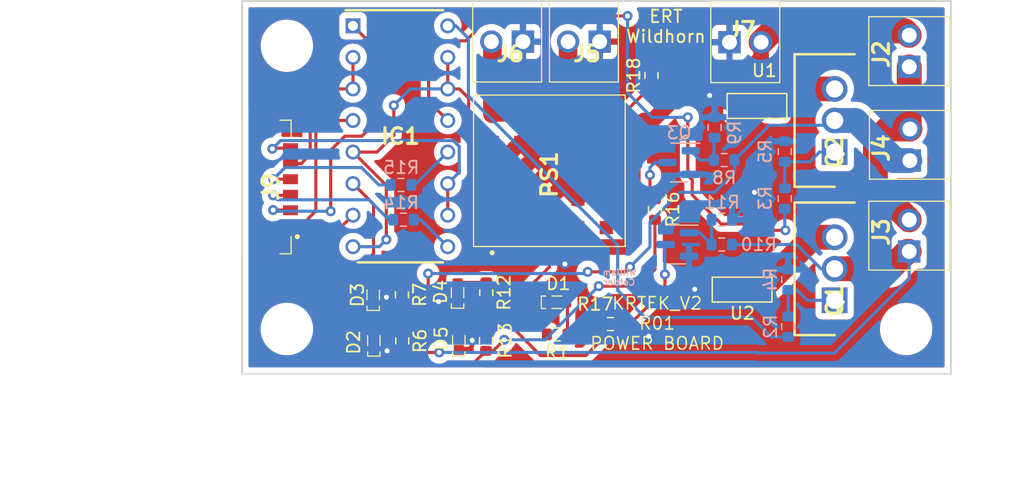
<source format=kicad_pcb>
(kicad_pcb (version 20211014) (generator pcbnew)
  (title_block (title "KRTEK_V2") (rev "V01") (comment 4 "Author: William Cottier"))
  (layers (0 "F.Cu" signal) (31 "B.Cu" signal) (34 "B.Paste" user) (35 "F.Paste" user) (36 "B.SilkS" user "B.Silkscreen") (37 "F.SilkS" user "F.Silkscreen") (38 "B.Mask" user) (39 "F.Mask" user) (44 "Edge.Cuts" user))
  (net 0 "")
  (net 1 "Net-(D1-Pad2)")
  (net 2 "GND")
  (net 3 "Net-(D2-Pad2)")
  (net 4 "Net-(D3-Pad2)")
  (net 5 "Net-(D4-Pad2)")
  (net 6 "Net-(D5-Pad2)")
  (net 7 "PYRO1IN")
  (net 8 "GNDIN")
  (net 9 "PYRO2IN")
  (net 10 "BUZZ1")
  (net 11 "BUZZ2")
  (net 12 "VCC")
  (net 13 "OPTO2")
  (net 14 "OPTO1")
  (net 15 "VINSERVO2")
  (net 18 "Net-(PS1-PadE5)")
  (net 19 "FUSE1")
  (net 20 "Net-(Q1-Pad1)")
  (net 21 "Net-(Q2-Pad1)")
  (net 22 "FUSE2")
  (net 23 "AMP1")
  (net 24 "AMP2")
  (net 25 "PYROTERMIN")
  (net 26 "PDECT1IN")
  (net 27 "3V3IN")
  (net 28 "PDECT2IN")
  (net 36 "Net-(Q3-Pad1)")
  (net 37 "Net-(Q4-Pad1)")
  (net 38 "Net-(IC1-Pad9)")
  (net 39 "Net-(IC1-Pad12)")
  (net 40 "Net-(Q3-Pad3)")
  (net 41 "Net-(Q4-Pad3)")
  (footprint "Resistor_SMD:R_0603_1608Metric" (layer "F.Cu") (at 114.6368 103.4704 -90)
    (fp_text reference "R12" (at 0 -1.43 90) (layer "F.SilkS"))
    (fp_text value "740")
    (pad "1" smd roundrect locked (at -0.825 0 270) (size 0.8 0.95) (layers "F.Cu" "F.Paste" "F.Mask") (net 5 "Net-(D4-Pad2)"))
    (pad "2" smd roundrect locked (at 0.825 0 270) (size 0.8 0.95) (layers "F.Cu" "F.Paste" "F.Mask") (net 10 "BUZZ1"))
  )
  (footprint "Resistor_SMD:R_0603_1608Metric" (layer "F.Cu") (at 127.921 85.9952 90)
    (fp_text reference "R18" (at 0 -1.43 90) (layer "F.SilkS"))
    (fp_text value "681k")
    (pad "1" smd roundrect locked (at -0.825 0 90) (size 0.8 0.95) (layers "F.Cu" "F.Paste" "F.Mask") (net 18 "Net-(PS1-PadE5)"))
    (pad "2" smd roundrect locked (at 0.825 0 90) (size 0.8 0.95) (layers "F.Cu" "F.Paste" "F.Mask") (net 2 "GND"))
  )
  (footprint "Resistor_SMD:R_0603_1608Metric" (layer "F.Cu") (at 120.3386 106.8364 180)
    (fp_text reference "R1" (at 0 -1.43) (layer "F.SilkS"))
    (fp_text value "740")
    (pad "1" smd roundrect locked (at -0.825 0 180) (size 0.8 0.95) (layers "F.Cu" "F.Paste" "F.Mask") (net 1 "Net-(D1-Pad2)"))
    (pad "2" smd roundrect locked (at 0.825 0 180) (size 0.8 0.95) (layers "F.Cu" "F.Paste" "F.Mask") (net 12 "VCC"))
  )
  (footprint "KRTEK_V2:SF-1206HH10M-2" (layer "F.Cu") (at 136.4028 88.4468 180)
    (fp_text reference "U1" (at -0.5972 2.8468) (layer "F.SilkS"))
    (fp_text value "SF-1206HH10M-2")
    (pad "1" smd rect locked (at -1.475 0 180) (size 1.45 1.8) (layers "F.Cu" "F.Paste" "F.Mask") (net 22 "FUSE2"))
    (pad "2" smd rect locked (at 1.475 0 180) (size 1.45 1.8) (layers "F.Cu" "F.Paste" "F.Mask") (net 2 "GND"))
  )
  (footprint "KRTEK_V2:SF-1206HH10M-2" (layer "F.Cu") (at 135.209 103.2296 180)
    (fp_text reference "U2" (at -0.0236 -1.905) (layer "F.SilkS"))
    (fp_text value "SF-1206HH10M-2")
    (pad "1" smd rect locked (at -1.475 0 180) (size 1.45 1.8) (layers "F.Cu" "F.Paste" "F.Mask") (net 19 "FUSE1"))
    (pad "2" smd rect locked (at 1.475 0 180) (size 1.45 1.8) (layers "F.Cu" "F.Paste" "F.Mask") (net 2 "GND"))
  )
  (footprint "Resistor_SMD:R_0603_1608Metric" (layer "F.Cu") (at 107.8804 107.3566 -90)
    (fp_text reference "R6" (at 0 -1.43 90) (layer "F.SilkS"))
    (fp_text value "740")
    (pad "1" smd roundrect locked (at -0.825 0 270) (size 0.8 0.95) (layers "F.Cu" "F.Paste" "F.Mask") (net 3 "Net-(D2-Pad2)"))
    (pad "2" smd roundrect locked (at 0.825 0 270) (size 0.8 0.95) (layers "F.Cu" "F.Paste" "F.Mask") (net 23 "AMP1"))
  )
  (footprint "Resistor_SMD:R_0603_1608Metric" (layer "F.Cu") (at 107.855 103.6482 -90)
    (fp_text reference "R7" (at 0 -1.43 90) (layer "F.SilkS"))
    (fp_text value "740")
    (pad "1" smd roundrect locked (at -0.825 0 270) (size 0.8 0.95) (layers "F.Cu" "F.Paste" "F.Mask") (net 4 "Net-(D3-Pad2)"))
    (pad "2" smd roundrect locked (at 0.825 0 270) (size 0.8 0.95) (layers "F.Cu" "F.Paste" "F.Mask") (net 24 "AMP2"))
  )
  (footprint "Resistor_SMD:R_0603_1608Metric" (layer "F.Cu") (at 114.6114 107.3312 -90)
    (fp_text reference "R13" (at 0.002 -1.5494 90) (layer "F.SilkS"))
    (fp_text value "740")
    (pad "1" smd roundrect locked (at -0.825 0 270) (size 0.8 0.95) (layers "F.Cu" "F.Paste" "F.Mask") (net 6 "Net-(D5-Pad2)"))
    (pad "2" smd roundrect locked (at 0.825 0 270) (size 0.8 0.95) (layers "F.Cu" "F.Paste" "F.Mask") (net 11 "BUZZ2"))
  )
  (footprint "KRTEK_V2:LED_2-SMD_No_Lead_1.7x0.8mm" (layer "F.Cu") (at 120.313 104.2456)
    (fp_text reference "D1" (at 0.115 -1.4986) (layer "F.SilkS"))
    (fp_text value "RED")
    (pad "1" smd rect locked (at -0.75 0) (size 0.8 0.8) (layers "F.Cu" "F.Paste" "F.Mask") (net 2 "GND"))
    (pad "2" smd rect locked (at 0.75 0) (size 0.8 0.8) (layers "F.Cu" "F.Paste" "F.Mask") (net 1 "Net-(D1-Pad2)"))
  )
  (footprint "KRTEK_V2:LED_2-SMD_No_Lead_1.7x0.8mm" (layer "F.Cu") (at 105.5944 107.3324 90)
    (fp_text reference "D2" (at -0.139 -1.6256 90) (layer "F.SilkS"))
    (fp_text value "YELLOW")
    (pad "1" smd rect locked (at -0.75 0 90) (size 0.8 0.8) (layers "F.Cu" "F.Paste" "F.Mask") (net 2 "GND"))
    (pad "2" smd rect locked (at 0.75 0 90) (size 0.8 0.8) (layers "F.Cu" "F.Paste" "F.Mask") (net 3 "Net-(D2-Pad2)"))
  )
  (footprint "KRTEK_V2:LED_2-SMD_No_Lead_1.7x0.8mm" (layer "F.Cu") (at 105.5436 103.6494 90)
    (fp_text reference "D3" (at -0.012 -1.27 90) (layer "F.SilkS"))
    (fp_text value "YELLOW")
    (pad "1" smd rect locked (at -0.75 0 90) (size 0.8 0.8) (layers "F.Cu" "F.Paste" "F.Mask") (net 2 "GND"))
    (pad "2" smd rect locked (at 0.75 0 90) (size 0.8 0.8) (layers "F.Cu" "F.Paste" "F.Mask") (net 4 "Net-(D3-Pad2)"))
  )
  (footprint "KRTEK_V2:LED_2-SMD_No_Lead_1.7x0.8mm" (layer "F.Cu") (at 112.3254 103.4716 90)
    (fp_text reference "D4" (at 0.0642 -1.3716 90) (layer "F.SilkS"))
    (fp_text value "GREEN")
    (pad "1" smd rect locked (at -0.75 0 90) (size 0.8 0.8) (layers "F.Cu" "F.Paste" "F.Mask") (net 2 "GND"))
    (pad "2" smd rect locked (at 0.75 0 90) (size 0.8 0.8) (layers "F.Cu" "F.Paste" "F.Mask") (net 5 "Net-(D4-Pad2)"))
  )
  (footprint "KRTEK_V2:LED_2-SMD_No_Lead_1.7x0.8mm" (layer "F.Cu") (at 112.427 107.3324 90)
    (fp_text reference "D5" (at 0.1658 -1.4224 90) (layer "F.SilkS"))
    (fp_text value "GREEN")
    (pad "1" smd rect locked (at -0.75 0 90) (size 0.8 0.8) (layers "F.Cu" "F.Paste" "F.Mask") (net 2 "GND"))
    (pad "2" smd rect locked (at 0.75 0 90) (size 0.8 0.8) (layers "F.Cu" "F.Paste" "F.Mask") (net 6 "Net-(D5-Pad2)"))
  )
  (footprint "KRTEK_V2:DIP762W60P254L2030H430Q16N" (layer "F.Cu") (at 107.728 90.8852)
    (fp_text reference "IC1" (at 0 0) (layer "F.SilkS") (effects (font (size 1.27 1.27) (thickness 0.254))))
    (fp_text value "ILQ30" hide)
    (pad "1" thru_hole rect locked (at -3.81 -8.89) (size 1.2 1.2) (drill 0.8) (layers *.Cu *.Mask) (net 7 "PYRO1IN"))
    (pad "2" thru_hole circle locked (at -3.81 -6.35) (size 1.2 1.2) (drill 0.8) (layers *.Cu *.Mask) (net 8 "GNDIN"))
    (pad "3" thru_hole circle locked (at -3.81 -3.81) (size 1.2 1.2) (drill 0.8) (layers *.Cu *.Mask) (net 8 "GNDIN"))
    (pad "4" thru_hole circle locked (at -3.81 -1.27) (size 1.2 1.2) (drill 0.8) (layers *.Cu *.Mask) (net 9 "PYRO2IN"))
    (pad "5" thru_hole circle locked (at -3.81 1.27) (size 1.2 1.2) (drill 0.8) (layers *.Cu *.Mask) (net 12 "VCC"))
    (pad "6" thru_hole circle locked (at -3.81 3.81) (size 1.2 1.2) (drill 0.8) (layers *.Cu *.Mask) (net 10 "BUZZ1"))
    (pad "7" thru_hole circle locked (at -3.81 6.35) (size 1.2 1.2) (drill 0.8) (layers *.Cu *.Mask) (net 11 "BUZZ2"))
    (pad "8" thru_hole circle locked (at -3.81 8.89) (size 1.2 1.2) (drill 0.8) (layers *.Cu *.Mask) (net 12 "VCC"))
    (pad "9" thru_hole circle locked (at 3.81 8.89) (size 1.2 1.2) (drill 0.8) (layers *.Cu *.Mask) (net 38 "Net-(IC1-Pad9)"))
    (pad "10" thru_hole circle locked (at 3.81 6.35) (size 1.2 1.2) (drill 0.8) (layers *.Cu *.Mask) (net 27 "3V3IN"))
    (pad "11" thru_hole circle locked (at 3.81 3.81) (size 1.2 1.2) (drill 0.8) (layers *.Cu *.Mask) (net 27 "3V3IN"))
    (pad "12" thru_hole circle locked (at 3.81 1.27) (size 1.2 1.2) (drill 0.8) (layers *.Cu *.Mask) (net 39 "Net-(IC1-Pad12)"))
    (pad "13" thru_hole circle locked (at 3.81 -1.27) (size 1.2 1.2) (drill 0.8) (layers *.Cu *.Mask) (net 13 "OPTO2"))
    (pad "14" thru_hole circle locked (at 3.81 -3.81) (size 1.2 1.2) (drill 0.8) (layers *.Cu *.Mask) (net 12 "VCC"))
    (pad "15" thru_hole circle locked (at 3.81 -6.35) (size 1.2 1.2) (drill 0.8) (layers *.Cu *.Mask) (net 12 "VCC"))
    (pad "16" thru_hole circle locked (at 3.81 -8.89) (size 1.2 1.2) (drill 0.8) (layers *.Cu *.Mask) (net 14 "OPTO1"))
  )
  (footprint "KRTEK_V2:282834-2_1" (layer "F.Cu") (at 148.6474 85.2972 90)
    (fp_text reference "J2" (at 1.016 -2.2474 90) (layer "F.SilkS") (effects (font (size 1.27 1.27) (thickness 0.254))))
    (fp_text value "ARM" hide)
    (pad "1" thru_hole rect locked (at 0 0 90) (size 1.8 1.8) (drill 1.2) (layers *.Cu *.Mask) (net 25 "PYROTERMIN"))
    (pad "2" thru_hole circle locked (at 2.54 0 90) (size 1.8 1.8) (drill 1.2) (layers *.Cu *.Mask) (net 12 "VCC"))
  )
  (footprint "KRTEK_V2:282834-2_1" (layer "F.Cu") (at 148.6474 100.1562 90)
    (fp_text reference "J3" (at 1.5562 -2.2474 90) (layer "F.SilkS") (effects (font (size 1.27 1.27) (thickness 0.254))))
    (fp_text value "Pyro1" hide)
    (pad "1" thru_hole rect locked (at 0 0 90) (size 1.8 1.8) (drill 1.2) (layers *.Cu *.Mask) (net 23 "AMP1"))
    (pad "2" thru_hole circle locked (at 2.54 0 90) (size 1.8 1.8) (drill 1.2) (layers *.Cu *.Mask) (net 25 "PYROTERMIN"))
  )
  (footprint "KRTEK_V2:282834-2_1" (layer "F.Cu") (at 148.6982 92.841 90)
    (fp_text reference "J4" (at 1.016 -2.2982 90) (layer "F.SilkS") (effects (font (size 1.27 1.27) (thickness 0.254))))
    (fp_text value "Pyro2" hide)
    (pad "1" thru_hole rect locked (at 0 0 90) (size 1.8 1.8) (drill 1.2) (layers *.Cu *.Mask) (net 24 "AMP2"))
    (pad "2" thru_hole circle locked (at 2.54 0 90) (size 1.8 1.8) (drill 1.2) (layers *.Cu *.Mask) (net 25 "PYROTERMIN"))
  )
  (footprint "KRTEK_V2:282834-2_1" (layer "F.Cu") (at 123.7554 83.2652 180)
    (fp_text reference "J5" (at 1.016 -0.976) (layer "F.SilkS") (effects (font (size 1.27 1.27) (thickness 0.254))))
    (fp_text value "Servo2" hide)
    (pad "1" thru_hole rect locked (at 0 0 180) (size 1.8 1.8) (drill 1.2) (layers *.Cu *.Mask) (net 2 "GND"))
    (pad "2" thru_hole circle locked (at 2.54 0 180) (size 1.8 1.8) (drill 1.2) (layers *.Cu *.Mask) (net 15 "VINSERVO2"))
  )
  (footprint "KRTEK_V2:282834-2_1" (layer "F.Cu") (at 117.5832 83.2652 180)
    (fp_text reference "J6" (at 1.016 -0.976) (layer "F.SilkS") (effects (font (size 1.27 1.27) (thickness 0.254))))
    (fp_text value "Servo1" hide)
    (pad "1" thru_hole rect locked (at 0 0 180) (size 1.8 1.8) (drill 1.2) (layers *.Cu *.Mask) (net 2 "GND"))
    (pad "2" thru_hole circle locked (at 2.54 0 180) (size 1.8 1.8) (drill 1.2) (layers *.Cu *.Mask) (net 15 "VINSERVO2"))
  )
  (footprint "KRTEK_V2:282834-2_1" (layer "F.Cu") (at 134.1948 83.316)
    (fp_text reference "J7" (at 1.016 -0.976) (layer "F.SilkS") (effects (font (size 1.27 1.27) (thickness 0.254))))
    (fp_text value "Batt" hide)
    (pad "1" thru_hole rect locked (at 0 0) (size 1.8 1.8) (drill 1.2) (layers *.Cu *.Mask) (net 2 "GND"))
    (pad "2" thru_hole circle locked (at 2.54 0) (size 1.8 1.8) (drill 1.2) (layers *.Cu *.Mask) (net 12 "VCC"))
  )
  (footprint "KRTEK_V2:RPM5060" (layer "F.Cu") (at 119.7088 93.6618 90)
    (fp_text reference "PS1" (at -0.303 0 90) (layer "F.SilkS") (effects (font (size 1.27 1.27) (thickness 0.254))))
    (fp_text value "RPM5.0-6.0" hide)
    (pad "A1" smd rect locked (at -4.58 -4.58 180) (size 1.06 1.06) (layers "F.Cu" "F.Paste" "F.Mask") (net 12 "VCC"))
    (pad "A2" smd rect locked (at -2.29 -4.58 180) (size 1.06 1.06) (layers "F.Cu" "F.Paste" "F.Mask") (net 12 "VCC"))
    (pad "A3" smd rect locked (at 0 -4.58 180) (size 1.06 1.06) (layers "F.Cu" "F.Paste" "F.Mask") (net 2 "GND"))
    (pad "A4" smd rect locked (at 2.29 -4.58 180) (size 1.06 1.06) (layers "F.Cu" "F.Paste" "F.Mask") (net 2 "GND"))
    (pad "A5" smd rect locked (at 4.58 -4.58 180) (size 1.06 1.06) (layers "F.Cu" "F.Paste" "F.Mask") (net 15 "VINSERVO2"))
    (pad "B1" smd rect locked (at -4.58 -2.29 180) (size 1.06 1.06) (layers "F.Cu" "F.Paste" "F.Mask") (net 2 "GND"))
    (pad "B2" smd rect locked (at -2.29 -2.29 180) (size 1.06 1.06) (layers "F.Cu" "F.Paste" "F.Mask"))
    (pad "B3" smd rect locked (at 0 -2.29 180) (size 1.06 1.06) (layers "F.Cu" "F.Paste" "F.Mask"))
    (pad "B4" smd rect locked (at 2.29 -2.29 180) (size 1.06 1.06) (layers "F.Cu" "F.Paste" "F.Mask") (net 2 "GND"))
    (pad "B5" smd rect locked (at 4.58 -2.29 180) (size 1.06 1.06) (layers "F.Cu" "F.Paste" "F.Mask") (net 15 "VINSERVO2"))
    (pad "C1" smd rect locked (at -4.58 0 180) (size 1.06 1.06) (layers "F.Cu" "F.Paste" "F.Mask") (net 12 "VCC"))
    (pad "C2" smd rect locked (at -2.29 0 180) (size 1.06 1.06) (layers "F.Cu" "F.Paste" "F.Mask") (net 2 "GND"))
    (pad "C3" smd rect locked (at 0 0 180) (size 1.06 1.06) (layers "F.Cu" "F.Paste" "F.Mask") (net 2 "GND"))
    (pad "C4" smd rect locked (at 2.29 0 180) (size 1.06 1.06) (layers "F.Cu" "F.Paste" "F.Mask") (net 2 "GND"))
    (pad "C5" smd rect locked (at 4.58 0 180) (size 1.06 1.06) (layers "F.Cu" "F.Paste" "F.Mask") (net 15 "VINSERVO2"))
    (pad "D1" smd rect locked (at -4.58 2.29 180) (size 1.06 1.06) (layers "F.Cu" "F.Paste" "F.Mask"))
    (pad "D2" smd rect locked (at -2.29 2.29 180) (size 1.06 1.06) (layers "F.Cu" "F.Paste" "F.Mask") (net 2 "GND"))
    (pad "D3" smd rect locked (at 0 2.29 180) (size 1.06 1.06) (layers "F.Cu" "F.Paste" "F.Mask"))
    (pad "D4" smd rect locked (at 2.29 2.29 180) (size 1.06 1.06) (layers "F.Cu" "F.Paste" "F.Mask"))
    (pad "D5" smd rect locked (at 4.58 2.29 180) (size 1.06 1.06) (layers "F.Cu" "F.Paste" "F.Mask") (net 2 "GND"))
    (pad "E1" smd rect locked (at -4.58 4.58 180) (size 1.06 1.06) (layers "F.Cu" "F.Paste" "F.Mask"))
    (pad "E2" smd rect locked (at -2.29 4.58 180) (size 1.06 1.06) (layers "F.Cu" "F.Paste" "F.Mask"))
    (pad "E3" smd rect locked (at 0 4.58 180) (size 1.06 1.06) (layers "F.Cu" "F.Paste" "F.Mask") (net 2 "GND"))
    (pad "E4" smd rect locked (at 2.29 4.58 180) (size 1.06 1.06) (layers "F.Cu" "F.Paste" "F.Mask") (net 2 "GND"))
    (pad "E5" smd rect locked (at 4.58 4.58 180) (size 1.06 1.06) (layers "F.Cu" "F.Paste" "F.Mask") (net 18 "Net-(PS1-PadE5)"))
  )
  (footprint "KRTEK_V2:TO254P483X1016X1994-3P" (layer "F.Cu") (at 142.653 104.0932 90)
    (fp_text reference "Q1" (at 0 0 90) (layer "F.SilkS") (effects (font (size 1.27 1.27) (thickness 0.254))))
    (fp_text value "IRL40B212" hide)
    (pad "1" thru_hole rect locked (at 0 0 90) (size 2.07 2.07) (drill 1.38) (layers *.Cu *.Mask) (net 20 "Net-(Q1-Pad1)"))
    (pad "2" thru_hole circle locked (at 2.54 0 90) (size 2.07 2.07) (drill 1.38) (layers *.Cu *.Mask) (net 23 "AMP1"))
    (pad "3" thru_hole circle locked (at 5.08 0 90) (size 2.07 2.07) (drill 1.38) (layers *.Cu *.Mask) (net 19 "FUSE1"))
  )
  (footprint "KRTEK_V2:TO254P483X1016X1994-3P" (layer "F.Cu") (at 142.653 92.1552 90)
    (fp_text reference "Q2" (at 0 0 90) (layer "F.SilkS") (effects (font (size 1.27 1.27) (thickness 0.254))))
    (fp_text value "IRL40B212" hide)
    (pad "1" thru_hole rect locked (at 0 0 90) (size 2.07 2.07) (drill 1.38) (layers *.Cu *.Mask) (net 21 "Net-(Q2-Pad1)"))
    (pad "2" thru_hole circle locked (at 2.54 0 90) (size 2.07 2.07) (drill 1.38) (layers *.Cu *.Mask) (net 24 "AMP2"))
    (pad "3" thru_hole circle locked (at 5.08 0 90) (size 2.07 2.07) (drill 1.38) (layers *.Cu *.Mask) (net 22 "FUSE2"))
  )
  (footprint "EXTENSION:5055670671" (layer "F.Cu") (at 97.29114 94.96698 90)
    (fp_text reference "J9" (at 0 0 90) (layer "F.SilkS") (effects (font (size 1.27 1.27) (thickness 0.254))))
    (fp_text value "EXTIN" hide)
    (pad "1" smd rect locked (at -3.125 1.6 90) (size 0.8 1.2) (layers "F.Cu" "F.Paste" "F.Mask") (net 9 "PYRO2IN"))
    (pad "2" smd rect locked (at -1.875 1.6 90) (size 0.8 1.2) (layers "F.Cu" "F.Paste" "F.Mask") (net 7 "PYRO1IN"))
    (pad "3" smd rect locked (at -0.625 1.6 90) (size 0.8 1.2) (layers "F.Cu" "F.Paste" "F.Mask") (net 26 "PDECT1IN"))
    (pad "4" smd rect locked (at 0.625 1.6 90) (size 0.8 1.2) (layers "F.Cu" "F.Paste" "F.Mask") (net 28 "PDECT2IN"))
    (pad "5" smd rect locked (at 1.875 1.6 90) (size 0.8 1.2) (layers "F.Cu" "F.Paste" "F.Mask") (net 8 "GNDIN"))
    (pad "6" smd rect locked (at 3.125 1.6 90) (size 0.8 1.2) (layers "F.Cu" "F.Paste" "F.Mask") (net 27 "3V3IN"))
    (pad "MP1" smd rect locked (at -5.025 -0.695 90) (size 1.3 2.15) (layers "F.Cu" "F.Paste" "F.Mask"))
    (pad "MP2" smd rect locked (at 5.025 -0.695 90) (size 1.3 2.15) (layers "F.Cu" "F.Paste" "F.Mask"))
  )
  (footprint "MountingHole:MountingHole_3.2mm_M3" (layer "F.Cu") (at 98.6 106.4)
    (fp_text reference "REF**" hide)
    (fp_text value "MountingHole_3.2mm_M3")
    (pad "" np_thru_hole circle (at 0 0) (size 3.2 3.2) (drill 3.2) (layers *.Cu *.Mask))
  )
  (footprint "Resistor_SMD:R_0603_1608Metric" (layer "F.Cu") (at 128.2 96.775 -90)
    (fp_text reference "R16" (at 0 -1.43 90) (layer "F.SilkS"))
    (fp_text value "740")
    (pad "1" smd roundrect (at -0.825 0 270) (size 0.8 0.95) (layers "F.Cu" "F.Paste" "F.Mask") (net 40 "Net-(Q3-Pad3)"))
    (pad "2" smd roundrect (at 0.825 0 270) (size 0.8 0.95) (layers "F.Cu" "F.Paste" "F.Mask") (net 11 "BUZZ2"))
  )
  (footprint "Resistor_SMD:R_0603_1608Metric" (layer "F.Cu") (at 124.625 106 180)
    (fp_text reference "R17" (at 1.225 1.6) (layer "F.SilkS"))
    (fp_text value "740")
    (pad "1" smd roundrect (at -0.825 0 180) (size 0.8 0.95) (layers "F.Cu" "F.Paste" "F.Mask") (net 41 "Net-(Q4-Pad3)"))
    (pad "2" smd roundrect (at 0.825 0 180) (size 0.8 0.95) (layers "F.Cu" "F.Paste" "F.Mask") (net 10 "BUZZ1"))
  )
  (footprint "MountingHole:MountingHole_3.2mm_M3" (layer "F.Cu") (at 98.6 83.6)
    (fp_text reference "REF**" hide)
    (fp_text value "MountingHole_3.2mm_M3")
    (pad "" np_thru_hole circle (at 0 0) (size 3.2 3.2) (drill 3.2) (layers *.Cu *.Mask))
  )
  (footprint "MountingHole:MountingHole_3.2mm_M3" (layer "F.Cu") (at 148.4 106.4)
    (fp_text reference "REF**" hide)
    (fp_text value "MountingHole_3.2mm_M3")
    (pad "" np_thru_hole circle (at 0 0) (size 3.2 3.2) (drill 3.2) (layers *.Cu *.Mask))
  )
  (footprint "Resistor_SMD:R_0603_1608Metric" (layer "B.Cu") (at 138.9192 106.2136 -90)
    (fp_text reference "R2" (at 0 1.43 90) (layer "B.SilkS") (effects (justify mirror)))
    (fp_text value "510")
    (pad "1" smd roundrect locked (at -0.825 0 270) (size 0.8 0.95) (layers "B.Cu" "B.Paste" "B.Mask") (net 20 "Net-(Q1-Pad1)"))
    (pad "2" smd roundrect locked (at 0.825 0 270) (size 0.8 0.95) (layers "B.Cu" "B.Paste" "B.Mask") (net 14 "OPTO1"))
  )
  (footprint "Resistor_SMD:R_0603_1608Metric" (layer "B.Cu") (at 138.6398 92.1166 -90)
    (fp_text reference "R5" (at -0.0122 1.5748 90) (layer "B.SilkS") (effects (justify mirror)))
    (fp_text value "10k")
    (pad "1" smd roundrect locked (at -0.825 0 270) (size 0.8 0.95) (layers "B.Cu" "B.Paste" "B.Mask") (net 2 "GND"))
    (pad "2" smd roundrect locked (at 0.825 0 270) (size 0.8 0.95) (layers "B.Cu" "B.Paste" "B.Mask") (net 21 "Net-(Q2-Pad1)"))
  )
  (footprint "Resistor_SMD:R_0603_1608Metric" (layer "B.Cu") (at 138.9192 102.429 -90)
    (fp_text reference "R4" (at 0 1.43 90) (layer "B.SilkS") (effects (justify mirror)))
    (fp_text value "10k")
    (pad "1" smd roundrect locked (at -0.825 0 270) (size 0.8 0.95) (layers "B.Cu" "B.Paste" "B.Mask") (net 2 "GND"))
    (pad "2" smd roundrect locked (at 0.825 0 270) (size 0.8 0.95) (layers "B.Cu" "B.Paste" "B.Mask") (net 20 "Net-(Q1-Pad1)"))
  )
  (footprint "Resistor_SMD:R_0603_1608Metric" (layer "B.Cu") (at 138.6398 95.9012 -90)
    (fp_text reference "R3" (at -0.0376 1.5748 90) (layer "B.SilkS") (effects (justify mirror)))
    (fp_text value "510")
    (pad "1" smd roundrect locked (at -0.825 0 270) (size 0.8 0.95) (layers "B.Cu" "B.Paste" "B.Mask") (net 21 "Net-(Q2-Pad1)"))
    (pad "2" smd roundrect locked (at 0.825 0 270) (size 0.8 0.95) (layers "B.Cu" "B.Paste" "B.Mask") (net 13 "OPTO2"))
  )
  (footprint "Package_TO_SOT_SMD:SOT-23" (layer "B.Cu") (at 130.1375 93 180)
    (fp_text reference "Q3" (at 0 2.4) (layer "B.SilkS") (effects (justify mirror)))
    (fp_text value "NX3020NAK,215")
    (pad "1" smd roundrect (at -0.9375 0.95 180) (size 1.475 0.6) (layers "B.Cu" "B.Paste" "B.Mask") (net 36 "Net-(Q3-Pad1)"))
    (pad "2" smd roundrect (at -0.9375 -0.95 180) (size 1.475 0.6) (layers "B.Cu" "B.Paste" "B.Mask") (net 2 "GND"))
    (pad "3" smd roundrect (at 0.9375 0 180) (size 1.475 0.6) (layers "B.Cu" "B.Paste" "B.Mask") (net 40 "Net-(Q3-Pad3)"))
  )
  (footprint "Resistor_SMD:R_0603_1608Metric" (layer "B.Cu") (at 133.575 97.6 180)
    (fp_text reference "R11" (at 0 1.4) (layer "B.SilkS") (effects (justify mirror)))
    (fp_text value "215k")
    (pad "1" smd roundrect (at -0.825 0 180) (size 0.8 0.95) (layers "B.Cu" "B.Paste" "B.Mask") (net 2 "GND"))
    (pad "2" smd roundrect (at 0.825 0 180) (size 0.8 0.95) (layers "B.Cu" "B.Paste" "B.Mask") (net 37 "Net-(Q4-Pad1)"))
  )
  (footprint "Package_TO_SOT_SMD:SOT-23" (layer "B.Cu") (at 130 99.6 180)
    (fp_text reference "Q4" hide)
    (fp_text value "NX3020NAK,215" hide)
    (pad "1" smd roundrect (at -0.9375 0.95 180) (size 1.475 0.6) (layers "B.Cu" "B.Paste" "B.Mask") (net 37 "Net-(Q4-Pad1)"))
    (pad "2" smd roundrect (at -0.9375 -0.95 180) (size 1.475 0.6) (layers "B.Cu" "B.Paste" "B.Mask") (net 2 "GND"))
    (pad "3" smd roundrect (at 0.9375 0 180) (size 1.475 0.6) (layers "B.Cu" "B.Paste" "B.Mask") (net 41 "Net-(Q4-Pad3)"))
  )
  (footprint "Resistor_SMD:R_0603_1608Metric" (layer "B.Cu") (at 107.975 97.6)
    (fp_text reference "R15" (at -0.175 -4.2) (layer "B.SilkS") (effects (justify mirror)))
    (fp_text value "740")
    (pad "1" smd roundrect (at -0.825 0) (size 0.8 0.95) (layers "B.Cu" "B.Paste" "B.Mask") (net 26 "PDECT1IN"))
    (pad "2" smd roundrect (at 0.825 0) (size 0.8 0.95) (layers "B.Cu" "B.Paste" "B.Mask") (net 38 "Net-(IC1-Pad9)"))
  )
  (footprint "Resistor_SMD:R_0603_1608Metric" (layer "B.Cu") (at 133.775 92.8)
    (fp_text reference "R8" (at 0 1.43) (layer "B.SilkS") (effects (justify mirror)))
    (fp_text value "500")
    (pad "1" smd roundrect (at -0.825 0) (size 0.8 0.95) (layers "B.Cu" "B.Paste" "B.Mask") (net 36 "Net-(Q3-Pad1)"))
    (pad "2" smd roundrect (at 0.825 0) (size 0.8 0.95) (layers "B.Cu" "B.Paste" "B.Mask") (net 24 "AMP2"))
  )
  (footprint "Resistor_SMD:R_0603_1608Metric" (layer "B.Cu") (at 133 90.175 -90)
    (fp_text reference "R9" (at 0.425 -1.6 90) (layer "B.SilkS") (effects (justify mirror)))
    (fp_text value "215k")
    (pad "1" smd roundrect (at -0.825 0 270) (size 0.8 0.95) (layers "B.Cu" "B.Paste" "B.Mask") (net 2 "GND"))
    (pad "2" smd roundrect (at 0.825 0 270) (size 0.8 0.95) (layers "B.Cu" "B.Paste" "B.Mask") (net 36 "Net-(Q3-Pad1)"))
  )
  (footprint "Resistor_SMD:R_0603_1608Metric" (layer "B.Cu") (at 107.775 94.8)
    (fp_text reference "R14" (at 0 1.43) (layer "B.SilkS") (effects (justify mirror)))
    (fp_text value "740")
    (pad "1" smd roundrect (at -0.825 0) (size 0.8 0.95) (layers "B.Cu" "B.Paste" "B.Mask") (net 28 "PDECT2IN"))
    (pad "2" smd roundrect (at 0.825 0) (size 0.8 0.95) (layers "B.Cu" "B.Paste" "B.Mask") (net 39 "Net-(IC1-Pad12)"))
  )
  (footprint "Resistor_SMD:R_0603_1608Metric" (layer "B.Cu") (at 133.575 99.6)
    (fp_text reference "R10" (at 2.975 0) (layer "B.SilkS") (effects (justify mirror)))
    (fp_text value "500")
    (pad "1" smd roundrect (at -0.825 0) (size 0.8 0.95) (layers "B.Cu" "B.Paste" "B.Mask") (net 37 "Net-(Q4-Pad1)"))
    (pad "2" smd roundrect (at 0.825 0) (size 0.8 0.95) (layers "B.Cu" "B.Paste" "B.Mask") (net 23 "AMP1"))
  )
  (gr_line (start 95 80) (end 152 80) (layer "Edge.Cuts") (width 0.15))
  (gr_line (start 152 80) (end 152 110) (layer "Edge.Cuts") (width 0.15))
  (gr_line (start 95 110) (end 152 110) (layer "Edge.Cuts") (width 0.15))
  (gr_line (start 95 80) (end 95 110) (layer "Edge.Cuts") (width 0.15))
  (gr_text "William\nCottier" (at 125.3429 102.24408) (layer "B.SilkS") (effects (font (size 0.5 0.5) (thickness 0.1)) (justify mirror)))
  (gr_text "ERT\nWildhorn" (at 129.07924 82.04346) (layer "F.SilkS") (effects (font (size 1 1))))
  (gr_text "KRTEK_V2\nR01\nPOWER BOARD" (at 128.3782 105.9474) (layer "F.SilkS") (effects (font (size 1 1) (thickness 0.125))))
  (segment (start 121.1636 106.8364) (end 121.1636 104.3462) (width 0.25) (layer "F.Cu") (net 1))
  (segment (start 121.1636 104.3462) (end 121.063 104.2456) (width 0.25) (layer "F.Cu") (net 1))
  (segment (start 131.4296 103.2296) (end 131.4 103.2) (width 0.25) (layer "F.Cu") (net 2))
  (segment (start 119.7088 91.3718) (end 121.9988 93.6618) (width 1.25) (layer "F.Cu") (net 2))
  (segment (start 115.1288 93.6618) (end 117.4188 91.3718) (width 1.25) (layer "F.Cu") (net 2))
  (segment (start 134.9278 88.4468) (end 133.4468 88.4468) (width 0.25) (layer "F.Cu") (net 2))
  (segment (start 121.9988 89.0818) (end 121.9988 91.3718) (width 1.25) (layer "F.Cu") (net 2))
  (segment (start 133.734 103.2296) (end 131.4296 103.2296) (width 0.25) (layer "F.Cu") (net 2))
  (segment (start 117.4188 91.3718) (end 119.7088 93.6618) (width 1.25) (layer "F.Cu") (net 2))
  (segment (start 133.4468 88.4468) (end 132.6 87.6) (width 0.25) (layer "F.Cu") (net 2))
  (segment (start 121.9988 93.6618) (end 124.2888 91.3718) (width 1.25) (layer "F.Cu") (net 2))
  (segment (start 117.4188 93.6618) (end 119.7088 91.3718) (width 1.25) (layer "F.Cu") (net 2))
  (segment (start 119.7088 95.9518) (end 117.4188 93.6618) (width 1.25) (layer "F.Cu") (net 2))
  (segment (start 121.9988 91.3718) (end 124.2888 93.6618) (width 1.25) (layer "F.Cu") (net 2))
  (segment (start 119.7088 93.6618) (end 121.9988 91.3718) (width 1.25) (layer "F.Cu") (net 2))
  (segment (start 119.7088 93.6618) (end 121.9988 95.9518) (width 1.25) (layer "F.Cu") (net 2))
  (segment (start 117.4188 98.2418) (end 117.4188 95.9518) (width 1.25) (layer "F.Cu") (net 2))
  (segment (start 113.1114 108.0824) (end 112.427 108.0824) (width 0.25) (layer "F.Cu") (net 2))
  (segment (start 117.4188 93.6618) (end 115.1288 91.3718) (width 1.25) (layer "F.Cu") (net 2))
  (segment (start 117.4188 95.9518) (end 119.7088 93.6618) (width 1.25) (layer "F.Cu") (net 2))
  (segment (start 113.4938 107.7) (end 113.1114 108.0824) (width 0.25) (layer "F.Cu") (net 2))
  (segment (start 113.4938 107.2174) (end 113.4938 107.7) (width 0.25) (layer "F.Cu") (net 2))
  (segment (start 121.9988 93.6618) (end 119.7088 95.9518) (width 1.25) (layer "F.Cu") (net 2))
  (via (at 110.8 104.2) (size 0.8) (drill 0.4) (layers "F.Cu" "B.Cu") (net 2))
  (via (at 113.5065 107.31392) (size 0.8) (drill 0.4) (layers "F.Cu" "B.Cu") (net 2))
  (via (at 106.6104 103.8392) (size 0.8) (drill 0.4) (layers "F.Cu" "B.Cu") (net 2))
  (via (at 120.9614 101.1722) (size 0.8) (drill 0.4) (layers "F.Cu" "B.Cu") (net 2))
  (via (at 131.4 103.2) (size 0.8) (drill 0.4) (layers "F.Cu" "B.Cu") (net 2))
  (via (at 136.2 95.4) (size 0.8) (drill 0.4) (layers "F.Cu" "B.Cu") (net 2))
  (via (at 127.6924 106.9888) (size 0.8) (drill 0.4) (layers "F.Cu" "B.Cu") (net 2))
  (via (at 106.6612 108.1572) (size 0.8) (drill 0.4) (layers "F.Cu" "B.Cu") (net 2))
  (via (at 132.6 87.6) (size 0.8) (drill 0.4) (layers "F.Cu" "B.Cu") (net 2))
  (segment (start 113.5065 107.31392) (end 113.5065 106.9065) (width 0.25) (layer "B.Cu") (net 2))
  (segment (start 134.4 97.6) (end 136.2 95.8) (width 0.25) (layer "B.Cu") (net 2))
  (segment (start 113.5065 106.9065) (end 110.8 104.2) (width 0.25) (layer "B.Cu") (net 2))
  (segment (start 136.2 95.8) (end 136.2 95.4) (width 0.25) (layer "B.Cu") (net 2))
  (segment (start 107.8296 106.5824) (end 107.8804 106.5316) (width 0.25) (layer "F.Cu") (net 3))
  (segment (start 105.5944 106.5824) (end 107.8296 106.5824) (width 0.25) (layer "F.Cu") (net 3))
  (segment (start 105.5436 102.8994) (end 107.7788 102.8994) (width 0.25) (layer "F.Cu") (net 4))
  (segment (start 107.7788 102.8994) (end 107.855 102.8232) (width 0.25) (layer "F.Cu") (net 4))
  (segment (start 114.6368 102.6454) (end 112.4016 102.6454) (width 0.25) (layer "F.Cu") (net 5))
  (segment (start 112.4016 102.6454) (end 112.3254 102.7216) (width 0.25) (layer "F.Cu") (net 5))
  (segment (start 112.427 106.5824) (end 114.5352 106.5824) (width 0.25) (layer "F.Cu") (net 6))
  (segment (start 114.5352 106.5824) (end 114.6114 106.5062) (width 0.25) (layer "F.Cu") (net 6))
  (segment (start 97.49434 96.82118) (end 98.87034 96.82118) (width 0.25) (layer "F.Cu") (net 7))
  (segment (start 98.87034 96.82118) (end 98.89114 96.84198) (width 0.25) (layer "F.Cu") (net 7))
  (segment (start 102.12222 95.7109) (end 102.12222 96.92024) (width 0.25) (layer "F.Cu") (net 7))
  (segment (start 104.63428 90.87758) (end 105.41914 90.09272) (width 0.25) (layer "F.Cu") (net 7))
  (segment (start 103.26014 90.87758) (end 104.63428 90.87758) (width 0.25) (layer "F.Cu") (net 7))
  (segment (start 102.12222 95.7109) (end 102.12222 92.0155) (width 0.25) (layer "F.Cu") (net 7))
  (segment (start 102.12222 92.0155) (end 103.26014 90.87758) (width 0.25) (layer "F.Cu") (net 7))
  (segment (start 105.41914 83.49634) (end 103.918 81.9952) (width 0.25) (layer "F.Cu") (net 7))
  (segment (start 105.41914 90.09272) (end 105.41914 83.49634) (width 0.25) (layer "F.Cu") (net 7))
  (via (at 102.12222 96.92024) (size 0.8) (drill 0.4) (layers "F.Cu" "B.Cu") (net 7))
  (via (at 97.49434 96.82118) (size 0.8) (drill 0.4) (layers "F.Cu" "B.Cu") (net 7))
  (segment (start 97.5934 96.92024) (end 97.49434 96.82118) (width 0.25) (layer "B.Cu") (net 7))
  (segment (start 102.12222 96.92024) (end 97.5934 96.92024) (width 0.25) (layer "B.Cu") (net 7))
  (segment (start 103.918 87.0752) (end 101.76916 87.0752) (width 0.25) (layer "F.Cu") (net 8))
  (segment (start 99.74114 93.09198) (end 98.89114 93.09198) (width 0.25) (layer "F.Cu") (net 8))
  (segment (start 101.76916 87.0752) (end 100.47884 88.36552) (width 0.25) (layer "F.Cu") (net 8))
  (segment (start 100.47884 92.35428) (end 99.74114 93.09198) (width 0.25) (layer "F.Cu") (net 8))
  (segment (start 103.918 84.5352) (end 103.918 87.0752) (width 0.25) (layer "F.Cu") (net 8))
  (segment (start 100.47884 88.36552) (end 100.47884 92.35428) (width 0.25) (layer "F.Cu") (net 8))
  (segment (start 103.918 89.6152) (end 101.378 89.6152) (width 0.25) (layer "F.Cu") (net 9))
  (segment (start 100.92885 90.06435) (end 100.92885 96.90427) (width 0.25) (layer "F.Cu") (net 9))
  (segment (start 101.378 89.6152) (end 100.92885 90.06435) (width 0.25) (layer "F.Cu") (net 9))
  (segment (start 99.74114 98.09198) (end 98.89114 98.09198) (width 0.25) (layer "F.Cu") (net 9))
  (segment (start 100.92885 96.90427) (end 99.74114 98.09198) (width 0.25) (layer "F.Cu") (net 9))
  (segment (start 104.4006 101.477) (end 105.569 100.3086) (width 0.25) (layer "F.Cu") (net 10))
  (segment (start 116.9228 106.4554) (end 116.9228 105.5156) (width 0.25) (layer "F.Cu") (net 10))
  (segment (start 114.6368 104.2954) (end 114.6368 104.4488) (width 0.25) (layer "F.Cu") (net 10))
  (segment (start 105.569 100.3086) (end 105.569 96.3462) (width 0.25) (layer "F.Cu") (net 10))
  (segment (start 123.8 107.376) (end 122.6378 108.5382) (width 0.25) (layer "F.Cu") (net 10))
  (segment (start 113.5446 105.541) (end 104.6292 105.541) (width 0.25) (layer "F.Cu") (net 10))
  (segment (start 105.569 96.3462) (end 103.918 94.6952) (width 0.25) (layer "F.Cu") (net 10))
  (segment (start 104.6292 105.541) (end 104.4006 105.3124) (width 0.25) (layer "F.Cu") (net 10))
  (segment (start 123.8 106) (end 123.8 107.376) (width 0.25) (layer "F.Cu") (net 10))
  (segment (start 114.6368 104.4488) (end 113.5446 105.541) (width 0.25) (layer "F.Cu") (net 10))
  (segment (start 122.6378 108.5382) (end 119.0056 108.5382) (width 0.25) (layer "F.Cu") (net 10))
  (segment (start 119.0056 108.5382) (end 116.9228 106.4554) (width 0.25) (layer "F.Cu") (net 10))
  (segment (start 104.4006 105.3124) (end 104.4006 101.477) (width 0.25) (layer "F.Cu") (net 10))
  (segment (start 115.7026 104.2954) (end 114.6368 104.2954) (width 0.25) (layer "F.Cu") (net 10))
  (segment (start 116.9228 105.5156) (end 115.7026 104.2954) (width 0.25) (layer "F.Cu") (net 10))
  (segment (start 104.6292 109.351) (end 102.2 106.9218) (width 0.25) (layer "F.Cu") (net 11))
  (segment (start 128.2 101.6) (end 126.8498 102.9502) (width 0.25) (layer "F.Cu") (net 11))
  (segment (start 114.6114 108.1562) (end 113.4166 109.351) (width 0.25) (layer "F.Cu") (net 11))
  (segment (start 128.2 97.6) (end 128.2 101.6) (width 0.25) (layer "F.Cu") (net 11))
  (segment (start 126.8498 102.9502) (end 123.6792 102.9502) (width 0.25) (layer "F.Cu") (net 11))
  (segment (start 102.2 106.9218) (end 102.2 98.9532) (width 0.25) (layer "F.Cu") (net 11))
  (segment (start 102.2 98.9532) (end 103.918 97.2352) (width 0.25) (layer "F.Cu") (net 11))
  (segment (start 115.1966 108.1562) (end 116.0846 107.2682) (width 0.25) (layer "F.Cu") (net 11))
  (segment (start 114.6114 108.1562) (end 115.1966 108.1562) (width 0.25) (layer "F.Cu") (net 11))
  (segment (start 113.4166 109.351) (end 104.6292 109.351) (width 0.25) (layer "F.Cu") (net 11))
  (via (at 123.6792 102.9502) (size 0.8) (drill 0.4) (layers "F.Cu" "B.Cu") (net 11))
  (via (at 116.0846 107.2682) (size 0.8) (drill 0.4) (layers "F.Cu" "B.Cu") (net 11))
  (segment (start 123.6792 102.9502) (end 123.6792 102.9502) (width 0.25) (layer "B.Cu") (net 11))
  (segment (start 116.0846 107.2682) (end 119.3612 107.2682) (width 0.25) (layer "B.Cu") (net 11))
  (segment (start 119.3612 107.2682) (end 123.6792 102.9502) (width 0.25) (layer "B.Cu") (net 11))
  (segment (start 115.1288 98.2418) (end 115.1288 95.9518) (width 1.25) (layer "F.Cu") (net 12))
  (segment (start 114.9536 95.9518) (end 113.2144 94.2126) (width 0.25) (layer "F.Cu") (net 12))
  (segment (start 136.7348 84.5606) (end 135.4394 85.856) (width 1.25) (layer "F.Cu") (net 12))
  (segment (start 119.7088 101.4088) (end 118.269 102.8486) (width 0.25) (layer "F.Cu") (net 12))
  (segment (start 118.269 102.8486) (end 118.269 105.5918) (width 0.25) (layer "F.Cu") (net 12))
  (segment (start 111.538 87.0752) (end 111.538 84.5352) (width 0.25) (layer "F.Cu") (net 12))
  (segment (start 127.9972 89.6152) (end 127.3114 89.6152) (width 1.25) (layer "F.Cu") (net 12))
  (segment (start 120.4628 99.8006) (end 119.7088 99.0466) (width 1.25) (layer "F.Cu") (net 12))
  (segment (start 119.7088 99.0466) (end 119.7088 98.2418) (width 1.25) (layer "F.Cu") (net 12))
  (segment (start 107.2 90.8) (end 105.8448 92.1552) (width 0.25) (layer "F.Cu") (net 12))
  (segment (start 107.2 88.4) (end 107.2 90.8) (width 0.25) (layer "F.Cu") (net 12))
  (segment (start 136.7348 83.316) (end 137.6492 82.4016) (width 2) (layer "F.Cu") (net 12))
  (segment (start 125.9652 99.8006) (end 120.4628 99.8006) (width 1.25) (layer "F.Cu") (net 12))
  (segment (start 115.1288 98.921) (end 116.1608 99.953) (width 1.25) (layer "F.Cu") (net 12))
  (segment (start 113.2144 94.2126) (end 113.2144 87.8144) (width 0.25) (layer "F.Cu") (net 12))
  (segment (start 137.6492 82.4016) (end 148.2918 82.4016) (width 2) (layer "F.Cu") (net 12))
  (segment (start 112.4752 87.0752) (end 111.538 87.0752) (width 0.25) (layer "F.Cu") (net 12))
  (segment (start 118.269 105.5918) (end 119.5136 106.8364) (width 0.25) (layer "F.Cu") (net 12))
  (segment (start 118.8024 99.953) (end 119.7088 99.0466) (width 1.25) (layer "F.Cu") (net 12))
  (segment (start 136.7348 83.316) (end 136.7348 84.5606) (width 1.25) (layer "F.Cu") (net 12))
  (segment (start 113.2144 87.8144) (end 112.4752 87.0752) (width 0.25) (layer "F.Cu") (net 12))
  (segment (start 115.1288 95.9518) (end 114.9536 95.9518) (width 0.25) (layer "F.Cu") (net 12))
  (segment (start 115.1288 98.2418) (end 115.1288 98.921) (width 1.25) (layer "F.Cu") (net 12))
  (segment (start 131.7564 85.856) (end 127.9972 89.6152) (width 1.25) (layer "F.Cu") (net 12))
  (segment (start 126.4224 90.5042) (end 126.4224 99.3434) (width 1.25) (layer "F.Cu") (net 12))
  (segment (start 135.4394 85.856) (end 131.7564 85.856) (width 1.25) (layer "F.Cu") (net 12))
  (segment (start 116.1608 99.953) (end 118.8024 99.953) (width 1.25) (layer "F.Cu") (net 12))
  (segment (start 126.4224 99.3434) (end 125.9652 99.8006) (width 1.25) (layer "F.Cu") (net 12))
  (segment (start 127.3114 89.6152) (end 126.4224 90.5042) (width 1.25) (layer "F.Cu") (net 12))
  (segment (start 103.918 92.1552) (end 106.6 94.8372) (width 0.25) (layer "F.Cu") (net 12))
  (segment (start 106.6 94.8372) (end 106.6 99.2) (width 0.25) (layer "F.Cu") (net 12))
  (segment (start 105.8448 92.1552) (end 103.918 92.1552) (width 0.25) (layer "F.Cu") (net 12))
  (segment (start 119.7088 98.2418) (end 119.7088 101.4088) (width 0.25) (layer "F.Cu") (net 12))
  (segment (start 148.2918 82.4016) (end 148.6474 82.7572) (width 2) (layer "F.Cu") (net 12))
  (via (at 106.6 99.2) (size 0.8) (drill 0.4) (layers "F.Cu" "B.Cu") (net 12))
  (via (at 107.2 88.4) (size 0.8) (drill 0.4) (layers "F.Cu" "B.Cu") (net 12))
  (segment (start 106.0248 99.7752) (end 103.918 99.7752) (width 0.25) (layer "B.Cu") (net 12))
  (segment (start 108.5248 87.0752) (end 107.2 88.4) (width 0.25) (layer "B.Cu") (net 12))
  (segment (start 106.6 99.2) (end 106.0248 99.7752) (width 0.25) (layer "B.Cu") (net 12))
  (segment (start 111.538 87.0752) (end 108.5248 87.0752) (width 0.25) (layer "B.Cu") (net 12))
  (segment (start 130.842 89.3612) (end 130.842 89.3612) (width 0.25) (layer "F.Cu") (net 13))
  (segment (start 113.8 81.4) (end 114 81.2) (width 0.25) (layer "F.Cu") (net 13))
  (segment (start 133.5344 97.9464) (end 131.1976 95.6096) (width 0.25) (layer "F.Cu") (net 13))
  (segment (start 113 83.2) (end 113.2 83) (width 0.25) (layer "F.Cu") (net 13))
  (segment (start 113.4 82.8) (end 113.6 82.6) (width 0.25) (layer "F.Cu") (net 13))
  (segment (start 131.1976 94.387002) (end 130.842 94.031402) (width 0.25) (layer "F.Cu") (net 13))
  (segment (start 137.7508 98.4544) (end 137.2428 97.9464) (width 0.25) (layer "F.Cu") (net 13))
  (segment (start 137.2428 97.9464) (end 133.5344 97.9464) (width 0.25) (layer "F.Cu") (net 13))
  (segment (start 114 81.2) (end 126 81.2) (width 0.25) (layer "F.Cu") (net 13))
  (segment (start 113.6 82.6) (end 113.8 82.4) (width 0.25) (layer "F.Cu") (net 13))
  (segment (start 110 83.8) (end 110.6 83.2) (width 0.25) (layer "F.Cu") (net 13))
  (segment (start 130.842 94.031402) (end 130.842 89.3612) (width 0.25) (layer "F.Cu") (net 13))
  (segment (start 110 88.0772) (end 110 83.8) (width 0.25) (layer "F.Cu") (net 13))
  (segment (start 138.6906 98.4544) (end 137.7508 98.4544) (width 0.25) (layer "F.Cu") (net 13))
  (segment (start 131.1976 95.6096) (end 131.1976 94.387002) (width 0.25) (layer "F.Cu") (net 13))
  (segment (start 111.538 89.6152) (end 110 88.0772) (width 0.25) (layer "F.Cu") (net 13))
  (segment (start 110.6 83.2) (end 113 83.2) (width 0.25) (layer "F.Cu") (net 13))
  (segment (start 113.8 82.4) (end 113.8 81.4) (width 0.25) (layer "F.Cu") (net 13))
  (segment (start 113.2 83) (end 113.4 82.8) (width 0.25) (layer "F.Cu") (net 13))
  (via (at 138.6906 98.4544) (size 0.8) (drill 0.4) (layers "F.Cu" "B.Cu") (net 13))
  (via (at 126 81.2) (size 0.8) (drill 0.4) (layers "F.Cu" "B.Cu") (net 13))
  (via (at 130.842 89.3612) (size 0.8) (drill 0.4) (layers "F.Cu" "B.Cu") (net 13))
  (segment (start 138.6906 96.777) (end 138.6398 96.7262) (width 0.25) (layer "B.Cu") (net 13))
  (segment (start 127.921 89.321) (end 126 87.4) (width 0.25) (layer "B.Cu") (net 13))
  (segment (start 130.842 89.3612) (end 127.921 89.3612) (width 0.25) (layer "B.Cu") (net 13))
  (segment (start 127.921 89.3612) (end 127.921 89.321) (width 0.25) (layer "B.Cu") (net 13))
  (segment (start 138.6398 98.4036) (end 138.6906 98.4544) (width 0.25) (layer "B.Cu") (net 13))
  (segment (start 138.6398 96.7262) (end 138.6398 98.4036) (width 0.25) (layer "B.Cu") (net 13))
  (segment (start 126 81.2) (end 126 87.4) (width 0.25) (layer "B.Cu") (net 13))
  (segment (start 113.2 87.645) (end 113.2 83) (width 0.25) (layer "B.Cu") (net 14))
  (segment (start 135.9982 105.4648) (end 127.3876 105.4648) (width 0.25) (layer "B.Cu") (net 14))
  (segment (start 127.3876 105.4648) (end 125.2032 103.2804) (width 0.25) (layer "B.Cu") (net 14))
  (segment (start 125.2032 99.6482) (end 113.2 87.645) (width 0.25) (layer "B.Cu") (net 14))
  (segment (start 138.9192 107.0386) (end 137.572 107.0386) (width 0.25) (layer "B.Cu") (net 14))
  (segment (start 125.2032 103.2804) (end 125.2032 99.6482) (width 0.25) (layer "B.Cu") (net 14))
  (segment (start 113.2 83) (end 112.1952 81.9952) (width 0.25) (layer "B.Cu") (net 14))
  (segment (start 137.572 107.0386) (end 135.9982 105.4648) (width 0.25) (layer "B.Cu") (net 14))
  (segment (start 112.1952 81.9952) (end 111.538 81.9952) (width 0.25) (layer "B.Cu") (net 14))
  (segment (start 117.4188 89.0818) (end 115.1288 89.0818) (width 1.25) (layer "F.Cu") (net 15))
  (segment (start 121.2154 85.0432) (end 119.7088 86.5498) (width 1.5) (layer "F.Cu") (net 15))
  (segment (start 115.1288 83.3508) (end 115.0432 83.2652) (width 1.5) (layer "F.Cu") (net 15))
  (segment (start 115.1288 89.0818) (end 115.1288 83.3508) (width 1.5) (layer "F.Cu") (net 15))
  (segment (start 119.7088 86.5498) (end 119.7088 89.0818) (width 1.5) (layer "F.Cu") (net 15))
  (segment (start 117.4188 89.0818) (end 119.7088 89.0818) (width 1.5) (layer "F.Cu") (net 15))
  (segment (start 121.2154 83.2652) (end 121.2154 85.0432) (width 1.5) (layer "F.Cu") (net 15))
  (segment (start 125.6594 89.0818) (end 127.921 86.8202) (width 0.25) (layer "F.Cu") (net 18))
  (segment (start 124.2888 89.0818) (end 125.6594 89.0818) (width 0.25) (layer "F.Cu") (net 18))
  (segment (start 142.653 99.0132) (end 140.9004 99.0132) (width 2) (layer "F.Cu") (net 19))
  (segment (start 140.9004 99.0132) (end 136.684 103.2296) (width 2) (layer "F.Cu") (net 19))
  (segment (start 138.9192 103.254) (end 138.9192 105.3886) (width 0.25) (layer "B.Cu") (net 20))
  (segment (start 139.604 103.254) (end 140.4432 104.0932) (width 0.25) (layer "B.Cu") (net 20))
  (segment (start 138.9192 103.254) (end 139.604 103.254) (width 0.25) (layer "B.Cu") (net 20))
  (segment (start 140.4432 104.0932) (end 142.653 104.0932) (width 0.25) (layer "B.Cu") (net 20))
  (segment (start 142.653 92.1552) (end 141.4338 92.1552) (width 0.25) (layer "B.Cu") (net 21))
  (segment (start 140.6474 92.9416) (end 138.6398 92.9416) (width 0.25) (layer "B.Cu") (net 21))
  (segment (start 141.4338 92.1552) (end 140.6474 92.9416) (width 0.25) (layer "B.Cu") (net 21))
  (segment (start 138.6398 92.9416) (end 138.6398 95.0762) (width 0.25) (layer "B.Cu") (net 21))
  (segment (start 142.653 87.0752) (end 139.2494 87.0752) (width 2) (layer "F.Cu") (net 22))
  (segment (start 139.2494 87.0752) (end 137.8778 88.4468) (width 2) (layer "F.Cu") (net 22))
  (segment (start 148.495 100.1562) (end 147.098 101.5532) (width 2) (layer "F.Cu") (net 23))
  (segment (start 107.983 108.2842) (end 107.8804 108.1816) (width 0.25) (layer "F.Cu") (net 23))
  (segment (start 110.8522 108.2842) (end 107.983 108.2842) (width 0.25) (layer "F.Cu") (net 23))
  (segment (start 142.653 101.5532) (end 141.8402 101.5532) (width 0.25) (layer "F.Cu") (net 23))
  (segment (start 148.6474 100.1562) (end 148.495 100.1562) (width 2) (layer "F.Cu") (net 23))
  (segment (start 147.098 101.5532) (end 142.653 101.5532) (width 2) (layer "F.Cu") (net 23))
  (via (at 110.8522 108.2842) (size 0.8) (drill 0.4) (layers "F.Cu" "B.Cu") (net 23))
  (segment (start 110.8522 108.2842) (end 110.6744 108.2842) (width 0.25) (layer "B.Cu") (net 23))
  (segment (start 134.4 99.6) (end 139.6 99.6) (width 0.25) (layer "B.Cu") (net 23))
  (segment (start 141.5532 101.5532) (end 142.653 101.5532) (width 0.25) (layer "B.Cu") (net 23))
  (segment (start 139.6 99.6) (end 141.5532 101.5532) (width 0.25) (layer "B.Cu") (net 23))
  (segment (start 136.4798 108.335) (end 142.653 108.335) (width 0.25) (layer "B.Cu") (net 23))
  (segment (start 148.6474 102.3406) (end 148.6474 100.1562) (width 0.25) (layer "B.Cu") (net 23))
  (segment (start 136.429 108.2842) (end 136.4798 108.335) (width 0.25) (layer "B.Cu") (net 23))
  (segment (start 142.653 108.335) (end 148.6474 102.3406) (width 0.25) (layer "B.Cu") (net 23))
  (segment (start 110.8522 108.2842) (end 136.429 108.2842) (width 0.25) (layer "B.Cu") (net 23))
  (segment (start 125.8 101.8) (end 126.2 101.4) (width 0.25) (layer "F.Cu") (net 24))
  (segment (start 109.9632 101.9342) (end 109.9632 103.9408) (width 0.25) (layer "F.Cu") (net 24))
  (segment (start 109.4308 104.4732) (end 107.855 104.4732) (width 0.25) (layer "F.Cu") (net 24))
  (segment (start 122.8 101.8) (end 125.8 101.8) (width 0.25) (layer "F.Cu") (net 24))
  (segment (start 109.9632 103.9408) (end 109.4308 104.4732) (width 0.25) (layer "F.Cu") (net 24))
  (via (at 109.9632 101.9342) (size 0.8) (drill 0.4) (layers "F.Cu" "B.Cu") (net 24))
  (via (at 122.8 101.8) (size 0.8) (drill 0.4) (layers "F.Cu" "B.Cu") (net 24))
  (via (at 126.2 101.4) (size 0.8) (drill 0.4) (layers "F.Cu" "B.Cu") (net 24))
  (segment (start 109.9632 101.9342) (end 109.9632 101.9342) (width 0.25) (layer "B.Cu") (net 24))
  (segment (start 134.6 93.8) (end 134.6 92.8) (width 0.25) (layer "B.Cu") (net 24))
  (segment (start 144.343002 89.6152) (end 142.653 89.6152) (width 2) (layer "B.Cu") (net 24))
  (segment (start 147.3774 92.649598) (end 144.343002 89.6152) (width 2) (layer "B.Cu") (net 24))
  (segment (start 137.4 90) (end 142.2682 90) (width 0.25) (layer "B.Cu") (net 24))
  (segment (start 127.8 97.8) (end 130.2 95.4) (width 0.25) (layer "B.Cu") (net 24))
  (segment (start 147.3774 92.841) (end 147.3774 92.649598) (width 2) (layer "B.Cu") (net 24))
  (segment (start 130.2 95.4) (end 133 95.4) (width 0.25) (layer "B.Cu") (net 24))
  (segment (start 133 95.4) (end 134.6 93.8) (width 0.25) (layer "B.Cu") (net 24))
  (segment (start 134.6 92.8) (end 137.4 90) (width 0.25) (layer "B.Cu") (net 24))
  (segment (start 148.6982 92.841) (end 147.3774 92.841) (width 2) (layer "B.Cu") (net 24))
  (segment (start 127.8 99.8) (end 127.8 97.8) (width 0.25) (layer "B.Cu") (net 24))
  (segment (start 116.5926 101.9342) (end 122.6658 101.9342) (width 0.25) (layer "B.Cu") (net 24))
  (segment (start 126.2 101.4) (end 127.8 99.8) (width 0.25) (layer "B.Cu") (net 24))
  (segment (start 142.2682 90) (end 142.653 89.6152) (width 0.25) (layer "B.Cu") (net 24))
  (segment (start 122.6658 101.9342) (end 122.8 101.8) (width 0.25) (layer "B.Cu") (net 24))
  (segment (start 116.5926 101.9342) (end 109.9632 101.9342) (width 0.25) (layer "B.Cu") (net 24))
  (segment (start 148.6474 85.2972) (end 148.6474 90.2502) (width 2) (layer "F.Cu") (net 25))
  (segment (start 148.6982 90.301) (end 146.8948 90.301) (width 2) (layer "F.Cu") (net 25))
  (segment (start 148.6474 90.2502) (end 148.6982 90.301) (width 2) (layer "F.Cu") (net 25))
  (segment (start 146.8948 90.301) (end 145.9296 91.2662) (width 2) (layer "F.Cu") (net 25))
  (segment (start 145.9296 91.2662) (end 145.9296 94.8984) (width 2) (layer "F.Cu") (net 25))
  (segment (start 145.9296 94.8984) (end 148.6474 97.6162) (width 2) (layer "F.Cu") (net 25))
  (segment (start 97.49688 95.64516) (end 98.83796 95.64516) (width 0.25) (layer "F.Cu") (net 26))
  (segment (start 98.83796 95.64516) (end 98.89114 95.59198) (width 0.25) (layer "F.Cu") (net 26))
  (via (at 97.49688 95.64516) (size 0.8) (drill 0.4) (layers "F.Cu" "B.Cu") (net 26))
  (segment (start 106.8 97.6) (end 105.2 96) (width 0.25) (layer "B.Cu") (net 26))
  (segment (start 107.15 97.6) (end 106.8 97.6) (width 0.25) (layer "B.Cu") (net 26))
  (segment (start 105.2 96) (end 97.85172 96) (width 0.25) (layer "B.Cu") (net 26))
  (segment (start 97.85172 96) (end 97.49688 95.64516) (width 0.25) (layer "B.Cu") (net 26))
  (segment (start 98.89114 91.84198) (end 97.48498 91.84198) (width 0.25) (layer "F.Cu") (net 27))
  (segment (start 97.48498 91.84198) (end 97.43338 91.89358) (width 0.25) (layer "F.Cu") (net 27))
  (segment (start 111.538 97.2352) (end 111.538 94.6952) (width 0.25) (layer "F.Cu") (net 27))
  (via (at 97.43338 91.89358) (size 0.8) (drill 0.4) (layers "F.Cu" "B.Cu") (net 27))
  (segment (start 97.43338 91.89358) (end 98.096761 91.230199) (width 0.25) (layer "B.Cu") (net 27))
  (segment (start 111.982001 91.230199) (end 112.463001 91.711199) (width 0.25) (layer "B.Cu") (net 27))
  (segment (start 112.463001 93.770199) (end 111.538 94.6952) (width 0.25) (layer "B.Cu") (net 27))
  (segment (start 98.096761 91.230199) (end 111.982001 91.230199) (width 0.25) (layer "B.Cu") (net 27))
  (segment (start 112.463001 91.711199) (end 112.463001 93.770199) (width 0.25) (layer "B.Cu") (net 27))
  (segment (start 98.88876 94.3396) (end 98.89114 94.34198) (width 0.25) (layer "F.Cu") (net 28))
  (segment (start 97.51212 94.3396) (end 98.88876 94.3396) (width 0.25) (layer "F.Cu") (net 28))
  (via (at 97.51212 94.3396) (size 0.8) (drill 0.4) (layers "F.Cu" "B.Cu") (net 28))
  (segment (start 106.95 94.8) (end 106 94.8) (width 0.25) (layer "B.Cu") (net 28))
  (segment (start 104.6 93.4) (end 98.45172 93.4) (width 0.25) (layer "B.Cu") (net 28))
  (segment (start 98.45172 93.4) (end 97.51212 94.3396) (width 0.25) (layer "B.Cu") (net 28))
  (segment (start 106 94.8) (end 104.6 93.4) (width 0.25) (layer "B.Cu") (net 28))
  (segment (start 132.95 91.05) (end 133 91) (width 0.25) (layer "B.Cu") (net 36))
  (segment (start 132.95 92.8) (end 131.825 92.8) (width 0.25) (layer "B.Cu") (net 36))
  (segment (start 132.95 92.8) (end 132.95 91.05) (width 0.25) (layer "B.Cu") (net 36))
  (segment (start 131.825 92.8) (end 131.075 92.05) (width 0.25) (layer "B.Cu") (net 36))
  (segment (start 132.75 99.6) (end 132.75 97.6) (width 0.25) (layer "B.Cu") (net 37))
  (segment (start 131.8 98.65) (end 132.75 99.6) (width 0.25) (layer "B.Cu") (net 37))
  (segment (start 130.9375 98.65) (end 131.8 98.65) (width 0.25) (layer "B.Cu") (net 37))
  (segment (start 111.538 99.7752) (end 109.3628 97.6) (width 0.25) (layer "B.Cu") (net 38))
  (segment (start 109.3628 97.6) (end 108.8 97.6) (width 0.25) (layer "B.Cu") (net 38))
  (segment (start 111.538 92.1552) (end 108.8932 94.8) (width 0.25) (layer "B.Cu") (net 39))
  (segment (start 108.8932 94.8) (end 108.6 94.8) (width 0.25) (layer "B.Cu") (net 39))
  (segment (start 127.8 94) (end 127.8 95.55) (width 0.25) (layer "F.Cu") (net 40))
  (segment (start 127.8 95.55) (end 128.2 95.95) (width 0.25) (layer "F.Cu") (net 40))
  (via (at 127.8 94) (size 0.8) (drill 0.4) (layers "F.Cu" "B.Cu") (net 40))
  (segment (start 127.8 93.4) (end 128.2 93) (width 0.25) (layer "B.Cu") (net 40))
  (segment (start 127.8 94) (end 127.8 93.4) (width 0.25) (layer "B.Cu") (net 40))
  (segment (start 128.2 93) (end 129.2 93) (width 0.25) (layer "B.Cu") (net 40))
  (segment (start 129 103.2) (end 126.2 106) (width 0.25) (layer "F.Cu") (net 41))
  (segment (start 126.2 106) (end 125.45 106) (width 0.25) (layer "F.Cu") (net 41))
  (segment (start 129 103.2) (end 129 102) (width 0.25) (layer "F.Cu") (net 41))
  (via (at 129 102) (size 0.8) (drill 0.4) (layers "F.Cu" "B.Cu") (net 41))
  (segment (start 129 99.6625) (end 129.0625 99.6) (width 0.25) (layer "B.Cu") (net 41))
  (segment (start 129 102) (end 129 99.6625) (width 0.25) (layer "B.Cu") (net 41))
  (zone (net 2) (net_name "GND") (layer "F.Cu") (connect_pads (clearance 0.508)) (min_thickness 0.254) (fill yes (thermal_gap 0.508) (thermal_bridge_width 0.508))
    (polygon (pts (xy 152.05862 109.98854) (xy 95.02038 110.01648) (xy 94.9899 79.97082) (xy 152.0256 79.98352)))
    (polygon (pts (xy 94.94926 80.04956) (xy 94.94926 80.05718)))
  )
  (zone (net 2) (net_name "GND") (layer "B.Cu") (connect_pads (clearance 0.508)) (min_thickness 0.254) (fill yes (thermal_gap 0.508) (thermal_bridge_width 0.508))
    (polygon (pts (xy 152.02814 110.00378) (xy 95.02038 109.98854) (xy 95.02038 79.99876) (xy 95.06356 79.99876) (xy 152.0002 79.97082)))
  )
)
</source>
